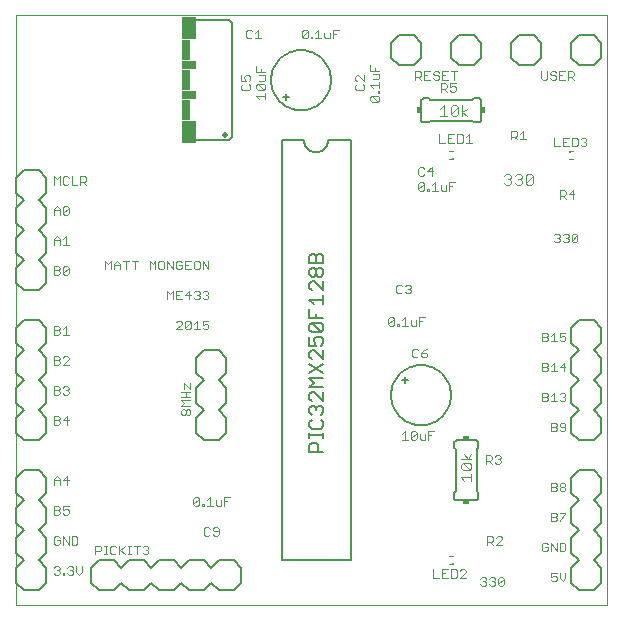
<source format=gto>
G75*
G70*
%OFA0B0*%
%FSLAX24Y24*%
%IPPOS*%
%LPD*%
%AMOC8*
5,1,8,0,0,1.08239X$1,22.5*
%
%ADD10C,0.0000*%
%ADD11C,0.0030*%
%ADD12C,0.0060*%
%ADD13C,0.0050*%
%ADD14R,0.0098X0.0089*%
%ADD15C,0.0040*%
%ADD16R,0.0200X0.0150*%
%ADD17R,0.0150X0.0200*%
%ADD18C,0.0200*%
%ADD19R,0.0500X0.0750*%
%ADD20R,0.0300X0.0700*%
%ADD21R,0.0500X0.0300*%
%ADD22C,0.0080*%
D10*
X000181Y000181D02*
X000181Y019866D01*
X019866Y019866D01*
X019866Y000181D01*
X000181Y000181D01*
D11*
X001446Y001245D02*
X001495Y001196D01*
X001592Y001196D01*
X001640Y001245D01*
X001640Y001293D01*
X001592Y001342D01*
X001543Y001342D01*
X001592Y001342D02*
X001640Y001390D01*
X001640Y001438D01*
X001592Y001487D01*
X001495Y001487D01*
X001446Y001438D01*
X001741Y001245D02*
X001789Y001245D01*
X001789Y001196D01*
X001741Y001196D01*
X001741Y001245D01*
X001888Y001245D02*
X001937Y001196D01*
X002034Y001196D01*
X002082Y001245D01*
X002082Y001293D01*
X002034Y001342D01*
X001985Y001342D01*
X002034Y001342D02*
X002082Y001390D01*
X002082Y001438D01*
X002034Y001487D01*
X001937Y001487D01*
X001888Y001438D01*
X002183Y001487D02*
X002183Y001293D01*
X002280Y001196D01*
X002376Y001293D01*
X002376Y001487D01*
X002830Y001876D02*
X002830Y002167D01*
X002975Y002167D01*
X003024Y002118D01*
X003024Y002022D01*
X002975Y001973D01*
X002830Y001973D01*
X003125Y001876D02*
X003222Y001876D01*
X003173Y001876D02*
X003173Y002167D01*
X003125Y002167D02*
X003222Y002167D01*
X003321Y002118D02*
X003321Y001925D01*
X003370Y001876D01*
X003466Y001876D01*
X003515Y001925D01*
X003616Y001973D02*
X003809Y002167D01*
X003911Y002167D02*
X004007Y002167D01*
X003959Y002167D02*
X003959Y001876D01*
X003911Y001876D02*
X004007Y001876D01*
X004204Y001876D02*
X004204Y002167D01*
X004107Y002167D02*
X004301Y002167D01*
X004402Y002118D02*
X004450Y002167D01*
X004547Y002167D01*
X004595Y002118D01*
X004595Y002070D01*
X004547Y002022D01*
X004595Y001973D01*
X004595Y001925D01*
X004547Y001876D01*
X004450Y001876D01*
X004402Y001925D01*
X004498Y002022D02*
X004547Y002022D01*
X003809Y001876D02*
X003664Y002022D01*
X003616Y002167D02*
X003616Y001876D01*
X003515Y002118D02*
X003466Y002167D01*
X003370Y002167D01*
X003321Y002118D01*
X002229Y002245D02*
X002229Y002438D01*
X002181Y002487D01*
X002036Y002487D01*
X002036Y002196D01*
X002181Y002196D01*
X002229Y002245D01*
X001935Y002196D02*
X001935Y002487D01*
X001741Y002487D02*
X001935Y002196D01*
X001741Y002196D02*
X001741Y002487D01*
X001640Y002438D02*
X001592Y002487D01*
X001495Y002487D01*
X001446Y002438D01*
X001446Y002245D01*
X001495Y002196D01*
X001592Y002196D01*
X001640Y002245D01*
X001640Y002342D01*
X001543Y002342D01*
X001592Y003196D02*
X001446Y003196D01*
X001446Y003487D01*
X001592Y003487D01*
X001640Y003438D01*
X001640Y003390D01*
X001592Y003342D01*
X001446Y003342D01*
X001592Y003342D02*
X001640Y003293D01*
X001640Y003245D01*
X001592Y003196D01*
X001741Y003245D02*
X001789Y003196D01*
X001886Y003196D01*
X001935Y003245D01*
X001935Y003342D01*
X001886Y003390D01*
X001838Y003390D01*
X001741Y003342D01*
X001741Y003487D01*
X001935Y003487D01*
X001886Y004196D02*
X001886Y004487D01*
X001741Y004342D01*
X001935Y004342D01*
X001640Y004342D02*
X001446Y004342D01*
X001446Y004390D02*
X001543Y004487D01*
X001640Y004390D01*
X001640Y004196D01*
X001446Y004196D02*
X001446Y004390D01*
X001446Y006196D02*
X001592Y006196D01*
X001640Y006245D01*
X001640Y006293D01*
X001592Y006342D01*
X001446Y006342D01*
X001446Y006487D02*
X001446Y006196D01*
X001592Y006342D02*
X001640Y006390D01*
X001640Y006438D01*
X001592Y006487D01*
X001446Y006487D01*
X001741Y006342D02*
X001935Y006342D01*
X001886Y006487D02*
X001886Y006196D01*
X001741Y006342D02*
X001886Y006487D01*
X001886Y007196D02*
X001789Y007196D01*
X001741Y007245D01*
X001640Y007245D02*
X001592Y007196D01*
X001446Y007196D01*
X001446Y007487D01*
X001592Y007487D01*
X001640Y007438D01*
X001640Y007390D01*
X001592Y007342D01*
X001446Y007342D01*
X001592Y007342D02*
X001640Y007293D01*
X001640Y007245D01*
X001741Y007438D02*
X001789Y007487D01*
X001886Y007487D01*
X001935Y007438D01*
X001935Y007390D01*
X001886Y007342D01*
X001935Y007293D01*
X001935Y007245D01*
X001886Y007196D01*
X001886Y007342D02*
X001838Y007342D01*
X001935Y008196D02*
X001741Y008196D01*
X001935Y008390D01*
X001935Y008438D01*
X001886Y008487D01*
X001789Y008487D01*
X001741Y008438D01*
X001640Y008438D02*
X001640Y008390D01*
X001592Y008342D01*
X001446Y008342D01*
X001446Y008487D02*
X001446Y008196D01*
X001592Y008196D01*
X001640Y008245D01*
X001640Y008293D01*
X001592Y008342D01*
X001640Y008438D02*
X001592Y008487D01*
X001446Y008487D01*
X001446Y009196D02*
X001592Y009196D01*
X001640Y009245D01*
X001640Y009293D01*
X001592Y009342D01*
X001446Y009342D01*
X001446Y009487D02*
X001446Y009196D01*
X001592Y009342D02*
X001640Y009390D01*
X001640Y009438D01*
X001592Y009487D01*
X001446Y009487D01*
X001741Y009390D02*
X001838Y009487D01*
X001838Y009196D01*
X001741Y009196D02*
X001935Y009196D01*
X001886Y011196D02*
X001789Y011196D01*
X001741Y011245D01*
X001935Y011438D01*
X001935Y011245D01*
X001886Y011196D01*
X001741Y011245D02*
X001741Y011438D01*
X001789Y011487D01*
X001886Y011487D01*
X001935Y011438D01*
X001640Y011438D02*
X001640Y011390D01*
X001592Y011342D01*
X001446Y011342D01*
X001446Y011487D02*
X001446Y011196D01*
X001592Y011196D01*
X001640Y011245D01*
X001640Y011293D01*
X001592Y011342D01*
X001640Y011438D02*
X001592Y011487D01*
X001446Y011487D01*
X001446Y012196D02*
X001446Y012390D01*
X001543Y012487D01*
X001640Y012390D01*
X001640Y012196D01*
X001741Y012196D02*
X001935Y012196D01*
X001838Y012196D02*
X001838Y012487D01*
X001741Y012390D01*
X001640Y012342D02*
X001446Y012342D01*
X001446Y013196D02*
X001446Y013390D01*
X001543Y013487D01*
X001640Y013390D01*
X001640Y013196D01*
X001741Y013245D02*
X001935Y013438D01*
X001935Y013245D01*
X001886Y013196D01*
X001789Y013196D01*
X001741Y013245D01*
X001741Y013438D01*
X001789Y013487D01*
X001886Y013487D01*
X001935Y013438D01*
X001640Y013342D02*
X001446Y013342D01*
X001446Y014196D02*
X001446Y014487D01*
X001543Y014390D01*
X001640Y014487D01*
X001640Y014196D01*
X001741Y014245D02*
X001789Y014196D01*
X001886Y014196D01*
X001935Y014245D01*
X002036Y014196D02*
X002036Y014487D01*
X001935Y014438D02*
X001886Y014487D01*
X001789Y014487D01*
X001741Y014438D01*
X001741Y014245D01*
X002036Y014196D02*
X002229Y014196D01*
X002330Y014196D02*
X002330Y014487D01*
X002475Y014487D01*
X002524Y014438D01*
X002524Y014342D01*
X002475Y014293D01*
X002330Y014293D01*
X002427Y014293D02*
X002524Y014196D01*
X003161Y011667D02*
X003257Y011570D01*
X003354Y011667D01*
X003354Y011376D01*
X003455Y011376D02*
X003455Y011570D01*
X003552Y011667D01*
X003649Y011570D01*
X003649Y011376D01*
X003649Y011522D02*
X003455Y011522D01*
X003750Y011667D02*
X003943Y011667D01*
X003847Y011667D02*
X003847Y011376D01*
X004141Y011376D02*
X004141Y011667D01*
X004045Y011667D02*
X004238Y011667D01*
X004634Y011667D02*
X004634Y011376D01*
X004827Y011376D02*
X004827Y011667D01*
X004731Y011570D01*
X004634Y011667D01*
X004929Y011618D02*
X004929Y011425D01*
X004977Y011376D01*
X005074Y011376D01*
X005122Y011425D01*
X005122Y011618D01*
X005074Y011667D01*
X004977Y011667D01*
X004929Y011618D01*
X005223Y011667D02*
X005223Y011376D01*
X005417Y011376D02*
X005417Y011667D01*
X005518Y011618D02*
X005518Y011425D01*
X005566Y011376D01*
X005663Y011376D01*
X005711Y011425D01*
X005711Y011522D01*
X005615Y011522D01*
X005711Y011618D02*
X005663Y011667D01*
X005566Y011667D01*
X005518Y011618D01*
X005417Y011376D02*
X005223Y011667D01*
X005812Y011667D02*
X005812Y011376D01*
X006006Y011376D01*
X006107Y011425D02*
X006155Y011376D01*
X006252Y011376D01*
X006301Y011425D01*
X006301Y011618D01*
X006252Y011667D01*
X006155Y011667D01*
X006107Y011618D01*
X006107Y011425D01*
X005909Y011522D02*
X005812Y011522D01*
X005812Y011667D02*
X006006Y011667D01*
X006402Y011667D02*
X006402Y011376D01*
X006595Y011376D02*
X006595Y011667D01*
X006402Y011667D02*
X006595Y011376D01*
X006547Y010667D02*
X006595Y010618D01*
X006595Y010570D01*
X006547Y010522D01*
X006595Y010473D01*
X006595Y010425D01*
X006547Y010376D01*
X006450Y010376D01*
X006402Y010425D01*
X006301Y010425D02*
X006252Y010376D01*
X006155Y010376D01*
X006107Y010425D01*
X006204Y010522D02*
X006252Y010522D01*
X006301Y010473D01*
X006301Y010425D01*
X006252Y010522D02*
X006301Y010570D01*
X006301Y010618D01*
X006252Y010667D01*
X006155Y010667D01*
X006107Y010618D01*
X006006Y010522D02*
X005812Y010522D01*
X005958Y010667D01*
X005958Y010376D01*
X005711Y010376D02*
X005518Y010376D01*
X005518Y010667D01*
X005711Y010667D01*
X005615Y010522D02*
X005518Y010522D01*
X005417Y010667D02*
X005417Y010376D01*
X005223Y010376D02*
X005223Y010667D01*
X005320Y010570D01*
X005417Y010667D01*
X006402Y010618D02*
X006450Y010667D01*
X006547Y010667D01*
X006547Y010522D02*
X006499Y010522D01*
X006595Y009667D02*
X006402Y009667D01*
X006402Y009522D01*
X006499Y009570D01*
X006547Y009570D01*
X006595Y009522D01*
X006595Y009425D01*
X006547Y009376D01*
X006450Y009376D01*
X006402Y009425D01*
X006301Y009376D02*
X006107Y009376D01*
X006204Y009376D02*
X006204Y009667D01*
X006107Y009570D01*
X006006Y009618D02*
X006006Y009425D01*
X005958Y009376D01*
X005861Y009376D01*
X005812Y009425D01*
X006006Y009618D01*
X005958Y009667D01*
X005861Y009667D01*
X005812Y009618D01*
X005812Y009425D01*
X005711Y009376D02*
X005518Y009376D01*
X005711Y009570D01*
X005711Y009618D01*
X005663Y009667D01*
X005566Y009667D01*
X005518Y009618D01*
X005793Y007595D02*
X005986Y007402D01*
X005986Y007595D01*
X005793Y007595D02*
X005793Y007402D01*
X005841Y007301D02*
X005841Y007107D01*
X005986Y007107D02*
X005696Y007107D01*
X005696Y007006D02*
X005986Y007006D01*
X005986Y006812D02*
X005696Y006812D01*
X005793Y006909D01*
X005696Y007006D01*
X005696Y007301D02*
X005986Y007301D01*
X005938Y006711D02*
X005986Y006663D01*
X005986Y006566D01*
X005938Y006518D01*
X005890Y006518D01*
X005841Y006566D01*
X005841Y006663D01*
X005890Y006711D01*
X005938Y006711D01*
X005841Y006663D02*
X005793Y006711D01*
X005745Y006711D01*
X005696Y006663D01*
X005696Y006566D01*
X005745Y006518D01*
X005793Y006518D01*
X005841Y006566D01*
X006145Y003787D02*
X006242Y003787D01*
X006290Y003738D01*
X006096Y003545D01*
X006145Y003496D01*
X006242Y003496D01*
X006290Y003545D01*
X006290Y003738D01*
X006145Y003787D02*
X006096Y003738D01*
X006096Y003545D01*
X006391Y003545D02*
X006439Y003545D01*
X006439Y003496D01*
X006391Y003496D01*
X006391Y003545D01*
X006538Y003496D02*
X006732Y003496D01*
X006635Y003496D02*
X006635Y003787D01*
X006538Y003690D01*
X006833Y003690D02*
X006833Y003545D01*
X006881Y003496D01*
X007026Y003496D01*
X007026Y003690D01*
X007128Y003642D02*
X007224Y003642D01*
X007128Y003787D02*
X007321Y003787D01*
X007128Y003787D02*
X007128Y003496D01*
X006886Y002787D02*
X006789Y002787D01*
X006741Y002738D01*
X006741Y002690D01*
X006789Y002642D01*
X006935Y002642D01*
X006935Y002738D02*
X006886Y002787D01*
X006935Y002738D02*
X006935Y002545D01*
X006886Y002496D01*
X006789Y002496D01*
X006741Y002545D01*
X006640Y002545D02*
X006592Y002496D01*
X006495Y002496D01*
X006446Y002545D01*
X006446Y002738D01*
X006495Y002787D01*
X006592Y002787D01*
X006640Y002738D01*
X013046Y005696D02*
X013240Y005696D01*
X013143Y005696D02*
X013143Y005987D01*
X013046Y005890D01*
X013341Y005938D02*
X013341Y005745D01*
X013535Y005938D01*
X013535Y005745D01*
X013486Y005696D01*
X013389Y005696D01*
X013341Y005745D01*
X013341Y005938D02*
X013389Y005987D01*
X013486Y005987D01*
X013535Y005938D01*
X013636Y005890D02*
X013636Y005745D01*
X013684Y005696D01*
X013829Y005696D01*
X013829Y005890D01*
X013930Y005842D02*
X014027Y005842D01*
X013930Y005987D02*
X014124Y005987D01*
X013930Y005987D02*
X013930Y005696D01*
X015846Y005187D02*
X015846Y004896D01*
X015846Y004993D02*
X015992Y004993D01*
X016040Y005042D01*
X016040Y005138D01*
X015992Y005187D01*
X015846Y005187D01*
X015943Y004993D02*
X016040Y004896D01*
X016141Y004945D02*
X016189Y004896D01*
X016286Y004896D01*
X016335Y004945D01*
X016335Y004993D01*
X016286Y005042D01*
X016238Y005042D01*
X016286Y005042D02*
X016335Y005090D01*
X016335Y005138D01*
X016286Y005187D01*
X016189Y005187D01*
X016141Y005138D01*
X017712Y006976D02*
X017858Y006976D01*
X017906Y007025D01*
X017906Y007073D01*
X017858Y007122D01*
X017712Y007122D01*
X017712Y007267D02*
X017712Y006976D01*
X017858Y007122D02*
X017906Y007170D01*
X017906Y007218D01*
X017858Y007267D01*
X017712Y007267D01*
X018007Y007170D02*
X018104Y007267D01*
X018104Y006976D01*
X018007Y006976D02*
X018201Y006976D01*
X018302Y007025D02*
X018350Y006976D01*
X018447Y006976D01*
X018495Y007025D01*
X018495Y007073D01*
X018447Y007122D01*
X018399Y007122D01*
X018447Y007122D02*
X018495Y007170D01*
X018495Y007218D01*
X018447Y007267D01*
X018350Y007267D01*
X018302Y007218D01*
X018201Y007976D02*
X018007Y007976D01*
X018104Y007976D02*
X018104Y008267D01*
X018007Y008170D01*
X017906Y008170D02*
X017906Y008218D01*
X017858Y008267D01*
X017712Y008267D01*
X017712Y007976D01*
X017858Y007976D01*
X017906Y008025D01*
X017906Y008073D01*
X017858Y008122D01*
X017712Y008122D01*
X017858Y008122D02*
X017906Y008170D01*
X018302Y008122D02*
X018495Y008122D01*
X018447Y008267D02*
X018447Y007976D01*
X018302Y008122D02*
X018447Y008267D01*
X018447Y008976D02*
X018350Y008976D01*
X018302Y009025D01*
X018302Y009122D02*
X018399Y009170D01*
X018447Y009170D01*
X018495Y009122D01*
X018495Y009025D01*
X018447Y008976D01*
X018302Y009122D02*
X018302Y009267D01*
X018495Y009267D01*
X018104Y009267D02*
X018104Y008976D01*
X018007Y008976D02*
X018201Y008976D01*
X018007Y009170D02*
X018104Y009267D01*
X017906Y009218D02*
X017906Y009170D01*
X017858Y009122D01*
X017712Y009122D01*
X017712Y009267D02*
X017712Y008976D01*
X017858Y008976D01*
X017906Y009025D01*
X017906Y009073D01*
X017858Y009122D01*
X017906Y009218D02*
X017858Y009267D01*
X017712Y009267D01*
X018007Y006267D02*
X018152Y006267D01*
X018201Y006218D01*
X018201Y006170D01*
X018152Y006122D01*
X018007Y006122D01*
X018007Y006267D02*
X018007Y005976D01*
X018152Y005976D01*
X018201Y006025D01*
X018201Y006073D01*
X018152Y006122D01*
X018302Y006170D02*
X018302Y006218D01*
X018350Y006267D01*
X018447Y006267D01*
X018495Y006218D01*
X018495Y006025D01*
X018447Y005976D01*
X018350Y005976D01*
X018302Y006025D01*
X018350Y006122D02*
X018495Y006122D01*
X018350Y006122D02*
X018302Y006170D01*
X018350Y004267D02*
X018447Y004267D01*
X018495Y004218D01*
X018495Y004170D01*
X018447Y004122D01*
X018350Y004122D01*
X018302Y004170D01*
X018302Y004218D01*
X018350Y004267D01*
X018350Y004122D02*
X018302Y004073D01*
X018302Y004025D01*
X018350Y003976D01*
X018447Y003976D01*
X018495Y004025D01*
X018495Y004073D01*
X018447Y004122D01*
X018201Y004170D02*
X018201Y004218D01*
X018152Y004267D01*
X018007Y004267D01*
X018007Y003976D01*
X018152Y003976D01*
X018201Y004025D01*
X018201Y004073D01*
X018152Y004122D01*
X018007Y004122D01*
X018152Y004122D02*
X018201Y004170D01*
X018152Y003267D02*
X018201Y003218D01*
X018201Y003170D01*
X018152Y003122D01*
X018007Y003122D01*
X018007Y003267D02*
X018007Y002976D01*
X018152Y002976D01*
X018201Y003025D01*
X018201Y003073D01*
X018152Y003122D01*
X018152Y003267D02*
X018007Y003267D01*
X018302Y003267D02*
X018495Y003267D01*
X018495Y003218D01*
X018302Y003025D01*
X018302Y002976D01*
X018302Y002267D02*
X018447Y002267D01*
X018495Y002218D01*
X018495Y002025D01*
X018447Y001976D01*
X018302Y001976D01*
X018302Y002267D01*
X018201Y002267D02*
X018201Y001976D01*
X018007Y002267D01*
X018007Y001976D01*
X017906Y002025D02*
X017906Y002122D01*
X017809Y002122D01*
X017712Y002218D02*
X017712Y002025D01*
X017761Y001976D01*
X017858Y001976D01*
X017906Y002025D01*
X017906Y002218D02*
X017858Y002267D01*
X017761Y002267D01*
X017712Y002218D01*
X018007Y001267D02*
X018007Y001122D01*
X018104Y001170D01*
X018152Y001170D01*
X018201Y001122D01*
X018201Y001025D01*
X018152Y000976D01*
X018055Y000976D01*
X018007Y001025D01*
X018007Y001267D02*
X018201Y001267D01*
X018302Y001267D02*
X018302Y001073D01*
X018399Y000976D01*
X018495Y001073D01*
X018495Y001267D01*
X016445Y001068D02*
X016445Y000875D01*
X016397Y000826D01*
X016300Y000826D01*
X016252Y000875D01*
X016445Y001068D01*
X016397Y001117D01*
X016300Y001117D01*
X016252Y001068D01*
X016252Y000875D01*
X016151Y000875D02*
X016102Y000826D01*
X016005Y000826D01*
X015957Y000875D01*
X015856Y000875D02*
X015808Y000826D01*
X015711Y000826D01*
X015662Y000875D01*
X015759Y000972D02*
X015808Y000972D01*
X015856Y000923D01*
X015856Y000875D01*
X015808Y000972D02*
X015856Y001020D01*
X015856Y001068D01*
X015808Y001117D01*
X015711Y001117D01*
X015662Y001068D01*
X015957Y001068D02*
X016005Y001117D01*
X016102Y001117D01*
X016151Y001068D01*
X016151Y001020D01*
X016102Y000972D01*
X016151Y000923D01*
X016151Y000875D01*
X016102Y000972D02*
X016054Y000972D01*
X015174Y001096D02*
X014980Y001096D01*
X015174Y001290D01*
X015174Y001338D01*
X015125Y001387D01*
X015029Y001387D01*
X014980Y001338D01*
X014879Y001338D02*
X014879Y001145D01*
X014831Y001096D01*
X014686Y001096D01*
X014686Y001387D01*
X014831Y001387D01*
X014879Y001338D01*
X014585Y001387D02*
X014391Y001387D01*
X014391Y001096D01*
X014585Y001096D01*
X014488Y001242D02*
X014391Y001242D01*
X014290Y001096D02*
X014096Y001096D01*
X014096Y001387D01*
X015896Y002196D02*
X015896Y002487D01*
X016042Y002487D01*
X016090Y002438D01*
X016090Y002342D01*
X016042Y002293D01*
X015896Y002293D01*
X015993Y002293D02*
X016090Y002196D01*
X016191Y002196D02*
X016385Y002390D01*
X016385Y002438D01*
X016336Y002487D01*
X016239Y002487D01*
X016191Y002438D01*
X016191Y002196D02*
X016385Y002196D01*
X013836Y008446D02*
X013739Y008446D01*
X013691Y008495D01*
X013691Y008592D01*
X013836Y008592D01*
X013885Y008543D01*
X013885Y008495D01*
X013836Y008446D01*
X013691Y008592D02*
X013788Y008688D01*
X013885Y008737D01*
X013590Y008688D02*
X013542Y008737D01*
X013445Y008737D01*
X013396Y008688D01*
X013396Y008495D01*
X013445Y008446D01*
X013542Y008446D01*
X013590Y008495D01*
X013628Y009496D02*
X013628Y009787D01*
X013821Y009787D01*
X013724Y009642D02*
X013628Y009642D01*
X013526Y009690D02*
X013526Y009496D01*
X013381Y009496D01*
X013333Y009545D01*
X013333Y009690D01*
X013232Y009496D02*
X013038Y009496D01*
X013135Y009496D02*
X013135Y009787D01*
X013038Y009690D01*
X012939Y009545D02*
X012939Y009496D01*
X012891Y009496D01*
X012891Y009545D01*
X012939Y009545D01*
X012790Y009545D02*
X012742Y009496D01*
X012645Y009496D01*
X012596Y009545D01*
X012790Y009738D01*
X012790Y009545D01*
X012790Y009738D02*
X012742Y009787D01*
X012645Y009787D01*
X012596Y009738D01*
X012596Y009545D01*
X012905Y010576D02*
X013002Y010576D01*
X013051Y010625D01*
X013152Y010625D02*
X013200Y010576D01*
X013297Y010576D01*
X013345Y010625D01*
X013345Y010673D01*
X013297Y010722D01*
X013249Y010722D01*
X013297Y010722D02*
X013345Y010770D01*
X013345Y010818D01*
X013297Y010867D01*
X013200Y010867D01*
X013152Y010818D01*
X013051Y010818D02*
X013002Y010867D01*
X012905Y010867D01*
X012857Y010818D01*
X012857Y010625D01*
X012905Y010576D01*
X013645Y013996D02*
X013596Y014045D01*
X013790Y014238D01*
X013790Y014045D01*
X013742Y013996D01*
X013645Y013996D01*
X013596Y014045D02*
X013596Y014238D01*
X013645Y014287D01*
X013742Y014287D01*
X013790Y014238D01*
X013891Y014045D02*
X013939Y014045D01*
X013939Y013996D01*
X013891Y013996D01*
X013891Y014045D01*
X014038Y013996D02*
X014232Y013996D01*
X014135Y013996D02*
X014135Y014287D01*
X014038Y014190D01*
X014333Y014190D02*
X014333Y014045D01*
X014381Y013996D01*
X014526Y013996D01*
X014526Y014190D01*
X014628Y014142D02*
X014724Y014142D01*
X014628Y014287D02*
X014628Y013996D01*
X014628Y014287D02*
X014821Y014287D01*
X014036Y014496D02*
X014036Y014787D01*
X013891Y014642D01*
X014085Y014642D01*
X013790Y014738D02*
X013742Y014787D01*
X013645Y014787D01*
X013596Y014738D01*
X013596Y014545D01*
X013645Y014496D01*
X013742Y014496D01*
X013790Y014545D01*
X014296Y015596D02*
X014490Y015596D01*
X014591Y015596D02*
X014591Y015887D01*
X014785Y015887D01*
X014886Y015887D02*
X015031Y015887D01*
X015079Y015838D01*
X015079Y015645D01*
X015031Y015596D01*
X014886Y015596D01*
X014886Y015887D01*
X014688Y015742D02*
X014591Y015742D01*
X014591Y015596D02*
X014785Y015596D01*
X015180Y015596D02*
X015374Y015596D01*
X015277Y015596D02*
X015277Y015887D01*
X015180Y015790D01*
X014296Y015887D02*
X014296Y015596D01*
X014346Y017296D02*
X014346Y017587D01*
X014492Y017587D01*
X014540Y017538D01*
X014540Y017442D01*
X014492Y017393D01*
X014346Y017393D01*
X014443Y017393D02*
X014540Y017296D01*
X014641Y017345D02*
X014689Y017296D01*
X014786Y017296D01*
X014835Y017345D01*
X014835Y017442D01*
X014786Y017490D01*
X014738Y017490D01*
X014641Y017442D01*
X014641Y017587D01*
X014835Y017587D01*
X014772Y017696D02*
X014772Y017987D01*
X014868Y017987D02*
X014675Y017987D01*
X014574Y017987D02*
X014380Y017987D01*
X014380Y017696D01*
X014574Y017696D01*
X014477Y017842D02*
X014380Y017842D01*
X014279Y017793D02*
X014279Y017745D01*
X014231Y017696D01*
X014134Y017696D01*
X014086Y017745D01*
X014134Y017842D02*
X014231Y017842D01*
X014279Y017793D01*
X014279Y017938D02*
X014231Y017987D01*
X014134Y017987D01*
X014086Y017938D01*
X014086Y017890D01*
X014134Y017842D01*
X013985Y017987D02*
X013791Y017987D01*
X013791Y017696D01*
X013985Y017696D01*
X013888Y017842D02*
X013791Y017842D01*
X013690Y017842D02*
X013642Y017793D01*
X013496Y017793D01*
X013496Y017696D02*
X013496Y017987D01*
X013642Y017987D01*
X013690Y017938D01*
X013690Y017842D01*
X013593Y017793D02*
X013690Y017696D01*
X012286Y017755D02*
X012286Y017901D01*
X012093Y017901D01*
X012141Y018002D02*
X012141Y018099D01*
X011996Y018195D02*
X011996Y018002D01*
X012286Y018002D01*
X012286Y017755D02*
X012238Y017707D01*
X012093Y017707D01*
X012286Y017606D02*
X012286Y017412D01*
X012286Y017509D02*
X011996Y017509D01*
X012093Y017412D01*
X012238Y017314D02*
X012286Y017314D01*
X012286Y017265D01*
X012238Y017265D01*
X012238Y017314D01*
X012238Y017164D02*
X012045Y017164D01*
X012238Y016971D01*
X012286Y017019D01*
X012286Y017116D01*
X012238Y017164D01*
X012045Y017164D02*
X011996Y017116D01*
X011996Y017019D01*
X012045Y016971D01*
X012238Y016971D01*
X011786Y017405D02*
X011786Y017502D01*
X011738Y017551D01*
X011786Y017652D02*
X011593Y017845D01*
X011545Y017845D01*
X011496Y017797D01*
X011496Y017700D01*
X011545Y017652D01*
X011545Y017551D02*
X011496Y017502D01*
X011496Y017405D01*
X011545Y017357D01*
X011738Y017357D01*
X011786Y017405D01*
X011786Y017652D02*
X011786Y017845D01*
X010752Y019076D02*
X010752Y019367D01*
X010945Y019367D01*
X010849Y019222D02*
X010752Y019222D01*
X010651Y019270D02*
X010651Y019076D01*
X010505Y019076D01*
X010457Y019125D01*
X010457Y019270D01*
X010356Y019076D02*
X010162Y019076D01*
X010259Y019076D02*
X010259Y019367D01*
X010162Y019270D01*
X010064Y019125D02*
X010064Y019076D01*
X010015Y019076D01*
X010015Y019125D01*
X010064Y019125D01*
X009914Y019125D02*
X009914Y019318D01*
X009721Y019125D01*
X009769Y019076D01*
X009866Y019076D01*
X009914Y019125D01*
X009914Y019318D02*
X009866Y019367D01*
X009769Y019367D01*
X009721Y019318D01*
X009721Y019125D01*
X008486Y017952D02*
X008196Y017952D01*
X008196Y018145D01*
X008341Y018049D02*
X008341Y017952D01*
X008293Y017851D02*
X008486Y017851D01*
X008486Y017705D01*
X008438Y017657D01*
X008293Y017657D01*
X008245Y017556D02*
X008438Y017362D01*
X008486Y017411D01*
X008486Y017508D01*
X008438Y017556D01*
X008245Y017556D01*
X008196Y017508D01*
X008196Y017411D01*
X008245Y017362D01*
X008438Y017362D01*
X008486Y017261D02*
X008486Y017068D01*
X008486Y017165D02*
X008196Y017165D01*
X008293Y017068D01*
X007986Y017405D02*
X007986Y017502D01*
X007938Y017551D01*
X007938Y017652D02*
X007986Y017700D01*
X007986Y017797D01*
X007938Y017845D01*
X007841Y017845D01*
X007793Y017797D01*
X007793Y017749D01*
X007841Y017652D01*
X007696Y017652D01*
X007696Y017845D01*
X007745Y017551D02*
X007696Y017502D01*
X007696Y017405D01*
X007745Y017357D01*
X007938Y017357D01*
X007986Y017405D01*
X008002Y019076D02*
X007905Y019076D01*
X007857Y019125D01*
X007857Y019318D01*
X007905Y019367D01*
X008002Y019367D01*
X008051Y019318D01*
X008152Y019270D02*
X008249Y019367D01*
X008249Y019076D01*
X008345Y019076D02*
X008152Y019076D01*
X008051Y019125D02*
X008002Y019076D01*
X003161Y011667D02*
X003161Y011376D01*
X016696Y015706D02*
X016696Y015997D01*
X016842Y015997D01*
X016890Y015948D01*
X016890Y015852D01*
X016842Y015803D01*
X016696Y015803D01*
X016793Y015803D02*
X016890Y015706D01*
X016991Y015706D02*
X017185Y015706D01*
X017088Y015706D02*
X017088Y015997D01*
X016991Y015900D01*
X018118Y015767D02*
X018118Y015476D01*
X018311Y015476D01*
X018412Y015476D02*
X018412Y015767D01*
X018606Y015767D01*
X018707Y015767D02*
X018852Y015767D01*
X018901Y015718D01*
X018901Y015525D01*
X018852Y015476D01*
X018707Y015476D01*
X018707Y015767D01*
X018509Y015622D02*
X018412Y015622D01*
X018412Y015476D02*
X018606Y015476D01*
X019002Y015525D02*
X019050Y015476D01*
X019147Y015476D01*
X019195Y015525D01*
X019195Y015573D01*
X019147Y015622D01*
X019099Y015622D01*
X019147Y015622D02*
X019195Y015670D01*
X019195Y015718D01*
X019147Y015767D01*
X019050Y015767D01*
X019002Y015718D01*
X018747Y014017D02*
X018602Y013872D01*
X018795Y013872D01*
X018747Y014017D02*
X018747Y013726D01*
X018501Y013726D02*
X018404Y013823D01*
X018452Y013823D02*
X018307Y013823D01*
X018307Y013726D02*
X018307Y014017D01*
X018452Y014017D01*
X018501Y013968D01*
X018501Y013872D01*
X018452Y013823D01*
X018455Y012567D02*
X018552Y012567D01*
X018601Y012518D01*
X018601Y012470D01*
X018552Y012422D01*
X018601Y012373D01*
X018601Y012325D01*
X018552Y012276D01*
X018455Y012276D01*
X018407Y012325D01*
X018306Y012325D02*
X018258Y012276D01*
X018161Y012276D01*
X018112Y012325D01*
X018209Y012422D02*
X018258Y012422D01*
X018306Y012373D01*
X018306Y012325D01*
X018258Y012422D02*
X018306Y012470D01*
X018306Y012518D01*
X018258Y012567D01*
X018161Y012567D01*
X018112Y012518D01*
X018407Y012518D02*
X018455Y012567D01*
X018504Y012422D02*
X018552Y012422D01*
X018702Y012325D02*
X018702Y012518D01*
X018750Y012567D01*
X018847Y012567D01*
X018895Y012518D01*
X018702Y012325D01*
X018750Y012276D01*
X018847Y012276D01*
X018895Y012325D01*
X018895Y012518D01*
X018774Y017696D02*
X018677Y017793D01*
X018725Y017793D02*
X018580Y017793D01*
X018580Y017696D02*
X018580Y017987D01*
X018725Y017987D01*
X018774Y017938D01*
X018774Y017842D01*
X018725Y017793D01*
X018479Y017696D02*
X018286Y017696D01*
X018286Y017987D01*
X018479Y017987D01*
X018382Y017842D02*
X018286Y017842D01*
X018185Y017793D02*
X018185Y017745D01*
X018136Y017696D01*
X018039Y017696D01*
X017991Y017745D01*
X017890Y017745D02*
X017890Y017987D01*
X017991Y017938D02*
X017991Y017890D01*
X018039Y017842D01*
X018136Y017842D01*
X018185Y017793D01*
X018185Y017938D02*
X018136Y017987D01*
X018039Y017987D01*
X017991Y017938D01*
X017890Y017745D02*
X017842Y017696D01*
X017745Y017696D01*
X017696Y017745D01*
X017696Y017987D01*
D12*
X015681Y016981D02*
X015681Y016381D01*
X015679Y016364D01*
X015675Y016347D01*
X015668Y016331D01*
X015658Y016317D01*
X015645Y016304D01*
X015631Y016294D01*
X015615Y016287D01*
X015598Y016283D01*
X015581Y016281D01*
X015431Y016281D01*
X015381Y016331D01*
X013981Y016331D01*
X013931Y016281D01*
X013781Y016281D01*
X013764Y016283D01*
X013747Y016287D01*
X013731Y016294D01*
X013717Y016304D01*
X013704Y016317D01*
X013694Y016331D01*
X013687Y016347D01*
X013683Y016364D01*
X013681Y016381D01*
X013681Y016981D01*
X013683Y016998D01*
X013687Y017015D01*
X013694Y017031D01*
X013704Y017045D01*
X013717Y017058D01*
X013731Y017068D01*
X013747Y017075D01*
X013764Y017079D01*
X013781Y017081D01*
X013931Y017081D01*
X013981Y017031D01*
X015381Y017031D01*
X015431Y017081D01*
X015581Y017081D01*
X015598Y017079D01*
X015615Y017075D01*
X015631Y017068D01*
X015645Y017058D01*
X015658Y017045D01*
X015668Y017031D01*
X015675Y017015D01*
X015679Y016998D01*
X015681Y016981D01*
X011331Y015681D02*
X010581Y015681D01*
X010579Y015642D01*
X010573Y015603D01*
X010564Y015565D01*
X010551Y015528D01*
X010534Y015492D01*
X010514Y015459D01*
X010490Y015427D01*
X010464Y015398D01*
X010435Y015372D01*
X010403Y015348D01*
X010370Y015328D01*
X010334Y015311D01*
X010297Y015298D01*
X010259Y015289D01*
X010220Y015283D01*
X010181Y015281D01*
X010142Y015283D01*
X010103Y015289D01*
X010065Y015298D01*
X010028Y015311D01*
X009992Y015328D01*
X009959Y015348D01*
X009927Y015372D01*
X009898Y015398D01*
X009872Y015427D01*
X009848Y015459D01*
X009828Y015492D01*
X009811Y015528D01*
X009798Y015565D01*
X009789Y015603D01*
X009783Y015642D01*
X009781Y015681D01*
X009031Y015681D01*
X009031Y001681D01*
X011331Y001681D01*
X011331Y015681D01*
X009281Y017131D02*
X009181Y017131D01*
X009081Y017131D01*
X009181Y017131D02*
X009181Y017231D01*
X009181Y017131D02*
X009181Y017031D01*
X008681Y017681D02*
X008683Y017744D01*
X008689Y017806D01*
X008699Y017868D01*
X008712Y017930D01*
X008730Y017990D01*
X008751Y018049D01*
X008776Y018107D01*
X008805Y018163D01*
X008837Y018217D01*
X008872Y018269D01*
X008910Y018318D01*
X008952Y018366D01*
X008996Y018410D01*
X009044Y018452D01*
X009093Y018490D01*
X009145Y018525D01*
X009199Y018557D01*
X009255Y018586D01*
X009313Y018611D01*
X009372Y018632D01*
X009432Y018650D01*
X009494Y018663D01*
X009556Y018673D01*
X009618Y018679D01*
X009681Y018681D01*
X009744Y018679D01*
X009806Y018673D01*
X009868Y018663D01*
X009930Y018650D01*
X009990Y018632D01*
X010049Y018611D01*
X010107Y018586D01*
X010163Y018557D01*
X010217Y018525D01*
X010269Y018490D01*
X010318Y018452D01*
X010366Y018410D01*
X010410Y018366D01*
X010452Y018318D01*
X010490Y018269D01*
X010525Y018217D01*
X010557Y018163D01*
X010586Y018107D01*
X010611Y018049D01*
X010632Y017990D01*
X010650Y017930D01*
X010663Y017868D01*
X010673Y017806D01*
X010679Y017744D01*
X010681Y017681D01*
X010679Y017618D01*
X010673Y017556D01*
X010663Y017494D01*
X010650Y017432D01*
X010632Y017372D01*
X010611Y017313D01*
X010586Y017255D01*
X010557Y017199D01*
X010525Y017145D01*
X010490Y017093D01*
X010452Y017044D01*
X010410Y016996D01*
X010366Y016952D01*
X010318Y016910D01*
X010269Y016872D01*
X010217Y016837D01*
X010163Y016805D01*
X010107Y016776D01*
X010049Y016751D01*
X009990Y016730D01*
X009930Y016712D01*
X009868Y016699D01*
X009806Y016689D01*
X009744Y016683D01*
X009681Y016681D01*
X009618Y016683D01*
X009556Y016689D01*
X009494Y016699D01*
X009432Y016712D01*
X009372Y016730D01*
X009313Y016751D01*
X009255Y016776D01*
X009199Y016805D01*
X009145Y016837D01*
X009093Y016872D01*
X009044Y016910D01*
X008996Y016952D01*
X008952Y016996D01*
X008910Y017044D01*
X008872Y017093D01*
X008837Y017145D01*
X008805Y017199D01*
X008776Y017255D01*
X008751Y017313D01*
X008730Y017372D01*
X008712Y017432D01*
X008699Y017494D01*
X008689Y017556D01*
X008683Y017618D01*
X008681Y017681D01*
X007381Y015781D02*
X007281Y015681D01*
X006131Y015681D01*
X007381Y015781D02*
X007381Y019581D01*
X007281Y019681D01*
X006131Y019681D01*
X013131Y007781D02*
X013131Y007681D01*
X013231Y007681D01*
X013131Y007681D02*
X013131Y007581D01*
X013131Y007681D02*
X013031Y007681D01*
X012681Y007181D02*
X012683Y007244D01*
X012689Y007306D01*
X012699Y007368D01*
X012712Y007430D01*
X012730Y007490D01*
X012751Y007549D01*
X012776Y007607D01*
X012805Y007663D01*
X012837Y007717D01*
X012872Y007769D01*
X012910Y007818D01*
X012952Y007866D01*
X012996Y007910D01*
X013044Y007952D01*
X013093Y007990D01*
X013145Y008025D01*
X013199Y008057D01*
X013255Y008086D01*
X013313Y008111D01*
X013372Y008132D01*
X013432Y008150D01*
X013494Y008163D01*
X013556Y008173D01*
X013618Y008179D01*
X013681Y008181D01*
X013744Y008179D01*
X013806Y008173D01*
X013868Y008163D01*
X013930Y008150D01*
X013990Y008132D01*
X014049Y008111D01*
X014107Y008086D01*
X014163Y008057D01*
X014217Y008025D01*
X014269Y007990D01*
X014318Y007952D01*
X014366Y007910D01*
X014410Y007866D01*
X014452Y007818D01*
X014490Y007769D01*
X014525Y007717D01*
X014557Y007663D01*
X014586Y007607D01*
X014611Y007549D01*
X014632Y007490D01*
X014650Y007430D01*
X014663Y007368D01*
X014673Y007306D01*
X014679Y007244D01*
X014681Y007181D01*
X014679Y007118D01*
X014673Y007056D01*
X014663Y006994D01*
X014650Y006932D01*
X014632Y006872D01*
X014611Y006813D01*
X014586Y006755D01*
X014557Y006699D01*
X014525Y006645D01*
X014490Y006593D01*
X014452Y006544D01*
X014410Y006496D01*
X014366Y006452D01*
X014318Y006410D01*
X014269Y006372D01*
X014217Y006337D01*
X014163Y006305D01*
X014107Y006276D01*
X014049Y006251D01*
X013990Y006230D01*
X013930Y006212D01*
X013868Y006199D01*
X013806Y006189D01*
X013744Y006183D01*
X013681Y006181D01*
X013618Y006183D01*
X013556Y006189D01*
X013494Y006199D01*
X013432Y006212D01*
X013372Y006230D01*
X013313Y006251D01*
X013255Y006276D01*
X013199Y006305D01*
X013145Y006337D01*
X013093Y006372D01*
X013044Y006410D01*
X012996Y006452D01*
X012952Y006496D01*
X012910Y006544D01*
X012872Y006593D01*
X012837Y006645D01*
X012805Y006699D01*
X012776Y006755D01*
X012751Y006813D01*
X012730Y006872D01*
X012712Y006932D01*
X012699Y006994D01*
X012689Y007056D01*
X012683Y007118D01*
X012681Y007181D01*
X014781Y005581D02*
X014781Y005431D01*
X014831Y005381D01*
X014831Y003981D01*
X014781Y003931D01*
X014781Y003781D01*
X014783Y003764D01*
X014787Y003747D01*
X014794Y003731D01*
X014804Y003717D01*
X014817Y003704D01*
X014831Y003694D01*
X014847Y003687D01*
X014864Y003683D01*
X014881Y003681D01*
X015481Y003681D01*
X015498Y003683D01*
X015515Y003687D01*
X015531Y003694D01*
X015545Y003704D01*
X015558Y003717D01*
X015568Y003731D01*
X015575Y003747D01*
X015579Y003764D01*
X015581Y003781D01*
X015581Y003931D01*
X015531Y003981D01*
X015531Y005381D01*
X015581Y005431D01*
X015581Y005581D01*
X015579Y005598D01*
X015575Y005615D01*
X015568Y005631D01*
X015558Y005645D01*
X015545Y005658D01*
X015531Y005668D01*
X015515Y005675D01*
X015498Y005679D01*
X015481Y005681D01*
X014881Y005681D01*
X014864Y005679D01*
X014847Y005675D01*
X014831Y005668D01*
X014817Y005658D01*
X014804Y005645D01*
X014794Y005631D01*
X014787Y005615D01*
X014783Y005598D01*
X014781Y005581D01*
D13*
X010406Y005764D02*
X010406Y005914D01*
X010406Y005839D02*
X009956Y005839D01*
X009956Y005764D02*
X009956Y005914D01*
X010031Y006071D02*
X009956Y006146D01*
X009956Y006296D01*
X010031Y006371D01*
X010031Y006532D02*
X009956Y006607D01*
X009956Y006757D01*
X010031Y006832D01*
X010106Y006832D01*
X010181Y006757D01*
X010256Y006832D01*
X010331Y006832D01*
X010406Y006757D01*
X010406Y006607D01*
X010331Y006532D01*
X010331Y006371D02*
X010406Y006296D01*
X010406Y006146D01*
X010331Y006071D01*
X010031Y006071D01*
X010031Y005604D02*
X010181Y005604D01*
X010256Y005529D01*
X010256Y005304D01*
X010406Y005304D02*
X009956Y005304D01*
X009956Y005529D01*
X010031Y005604D01*
X010181Y006682D02*
X010181Y006757D01*
X010031Y006992D02*
X009956Y007067D01*
X009956Y007217D01*
X010031Y007292D01*
X010106Y007292D01*
X010406Y006992D01*
X010406Y007292D01*
X010406Y007452D02*
X009956Y007452D01*
X010106Y007602D01*
X009956Y007753D01*
X010406Y007753D01*
X010406Y007913D02*
X009956Y008213D01*
X010031Y008373D02*
X009956Y008448D01*
X009956Y008598D01*
X010031Y008673D01*
X010106Y008673D01*
X010406Y008373D01*
X010406Y008673D01*
X010331Y008833D02*
X010406Y008908D01*
X010406Y009059D01*
X010331Y009134D01*
X010181Y009134D01*
X010106Y009059D01*
X010106Y008984D01*
X010181Y008833D01*
X009956Y008833D01*
X009956Y009134D01*
X010031Y009294D02*
X009956Y009369D01*
X009956Y009519D01*
X010031Y009594D01*
X010331Y009294D01*
X010406Y009369D01*
X010406Y009519D01*
X010331Y009594D01*
X010031Y009594D01*
X009956Y009754D02*
X009956Y010054D01*
X010106Y010214D02*
X009956Y010365D01*
X010406Y010365D01*
X010406Y010515D02*
X010406Y010214D01*
X010181Y009904D02*
X010181Y009754D01*
X010406Y009754D02*
X009956Y009754D01*
X010031Y009294D02*
X010331Y009294D01*
X010406Y008213D02*
X009956Y007913D01*
X010031Y010675D02*
X009956Y010750D01*
X009956Y010900D01*
X010031Y010975D01*
X010106Y010975D01*
X010406Y010675D01*
X010406Y010975D01*
X010331Y011135D02*
X010256Y011135D01*
X010181Y011210D01*
X010181Y011360D01*
X010256Y011435D01*
X010331Y011435D01*
X010406Y011360D01*
X010406Y011210D01*
X010331Y011135D01*
X010181Y011210D02*
X010106Y011135D01*
X010031Y011135D01*
X009956Y011210D01*
X009956Y011360D01*
X010031Y011435D01*
X010106Y011435D01*
X010181Y011360D01*
X010181Y011596D02*
X010181Y011821D01*
X010256Y011896D01*
X010331Y011896D01*
X010406Y011821D01*
X010406Y011596D01*
X009956Y011596D01*
X009956Y011821D01*
X010031Y011896D01*
X010106Y011896D01*
X010181Y011821D01*
D14*
X014731Y015068D03*
X018632Y015295D03*
X014731Y001568D03*
D15*
X014760Y001544D02*
X014603Y001544D01*
X014603Y001819D02*
X014760Y001819D01*
X015128Y004324D02*
X015011Y004441D01*
X015361Y004441D01*
X015361Y004557D02*
X015361Y004324D01*
X015303Y004683D02*
X015070Y004683D01*
X015011Y004741D01*
X015011Y004858D01*
X015070Y004917D01*
X015303Y004683D01*
X015361Y004741D01*
X015361Y004858D01*
X015303Y004917D01*
X015070Y004917D01*
X015011Y005042D02*
X015361Y005042D01*
X015245Y005042D02*
X015128Y005217D01*
X015245Y005042D02*
X015361Y005217D01*
X016510Y014201D02*
X016451Y014260D01*
X016510Y014201D02*
X016627Y014201D01*
X016685Y014260D01*
X016685Y014318D01*
X016627Y014377D01*
X016568Y014377D01*
X016627Y014377D02*
X016685Y014435D01*
X016685Y014493D01*
X016627Y014552D01*
X016510Y014552D01*
X016451Y014493D01*
X016811Y014493D02*
X016869Y014552D01*
X016986Y014552D01*
X017044Y014493D01*
X017044Y014435D01*
X016986Y014377D01*
X017044Y014318D01*
X017044Y014260D01*
X016986Y014201D01*
X016869Y014201D01*
X016811Y014260D01*
X016927Y014377D02*
X016986Y014377D01*
X017170Y014493D02*
X017170Y014260D01*
X017403Y014493D01*
X017403Y014260D01*
X017345Y014201D01*
X017228Y014201D01*
X017170Y014260D01*
X017170Y014493D02*
X017228Y014552D01*
X017345Y014552D01*
X017403Y014493D01*
X018603Y015044D02*
X018760Y015044D01*
X018760Y015319D02*
X018603Y015319D01*
X015217Y016501D02*
X015042Y016618D01*
X015217Y016735D01*
X015042Y016852D02*
X015042Y016501D01*
X014917Y016560D02*
X014858Y016501D01*
X014741Y016501D01*
X014683Y016560D01*
X014917Y016793D01*
X014917Y016560D01*
X014683Y016560D02*
X014683Y016793D01*
X014741Y016852D01*
X014858Y016852D01*
X014917Y016793D01*
X014557Y016501D02*
X014324Y016501D01*
X014441Y016501D02*
X014441Y016852D01*
X014324Y016735D01*
X014603Y015319D02*
X014760Y015319D01*
X014760Y015044D02*
X014603Y015044D01*
D16*
X015181Y005756D03*
X015181Y003606D03*
D17*
X015756Y016681D03*
X013606Y016681D03*
D18*
X007141Y015861D03*
D19*
X005931Y015956D03*
X005931Y019406D03*
D20*
X005831Y018681D03*
X005831Y017681D03*
X005831Y016681D03*
D21*
X005931Y017181D03*
X005931Y018181D03*
D22*
X001181Y014431D02*
X001181Y013931D01*
X000931Y013681D01*
X001181Y013431D01*
X001181Y012931D01*
X000931Y012681D01*
X001181Y012431D01*
X001181Y011931D01*
X000931Y011681D01*
X001181Y011431D01*
X001181Y010931D01*
X000931Y010681D01*
X000431Y010681D01*
X000181Y010931D01*
X000181Y011431D01*
X000431Y011681D01*
X000181Y011931D01*
X000181Y012431D01*
X000431Y012681D01*
X000181Y012931D01*
X000181Y013431D01*
X000431Y013681D01*
X000181Y013931D01*
X000181Y014431D01*
X000431Y014681D01*
X000931Y014681D01*
X001181Y014431D01*
X000931Y009681D02*
X000431Y009681D01*
X000181Y009431D01*
X000181Y008931D01*
X000431Y008681D01*
X000181Y008431D01*
X000181Y007931D01*
X000431Y007681D01*
X000181Y007431D01*
X000181Y006931D01*
X000431Y006681D01*
X000181Y006431D01*
X000181Y005931D01*
X000431Y005681D01*
X000931Y005681D01*
X001181Y005931D01*
X001181Y006431D01*
X000931Y006681D01*
X001181Y006931D01*
X001181Y007431D01*
X000931Y007681D01*
X001181Y007931D01*
X001181Y008431D01*
X000931Y008681D01*
X001181Y008931D01*
X001181Y009431D01*
X000931Y009681D01*
X000931Y004681D02*
X000431Y004681D01*
X000181Y004431D01*
X000181Y003931D01*
X000431Y003681D01*
X000181Y003431D01*
X000181Y002931D01*
X000431Y002681D01*
X000181Y002431D01*
X000181Y001931D01*
X000431Y001681D01*
X000181Y001431D01*
X000181Y000931D01*
X000431Y000681D01*
X000931Y000681D01*
X001181Y000931D01*
X001181Y001431D01*
X000931Y001681D01*
X001181Y001931D01*
X001181Y002431D01*
X000931Y002681D01*
X001181Y002931D01*
X001181Y003431D01*
X000931Y003681D01*
X001181Y003931D01*
X001181Y004431D01*
X000931Y004681D01*
X002931Y001681D02*
X002681Y001431D01*
X002681Y000931D01*
X002931Y000681D01*
X003431Y000681D01*
X003681Y000931D01*
X003931Y000681D01*
X004431Y000681D01*
X004681Y000931D01*
X004931Y000681D01*
X005431Y000681D01*
X005681Y000931D01*
X005931Y000681D01*
X006431Y000681D01*
X006681Y000931D01*
X006931Y000681D01*
X007431Y000681D01*
X007681Y000931D01*
X007681Y001431D01*
X007431Y001681D01*
X006931Y001681D01*
X006681Y001431D01*
X006431Y001681D01*
X005931Y001681D01*
X005681Y001431D01*
X005431Y001681D01*
X004931Y001681D01*
X004681Y001431D01*
X004431Y001681D01*
X003931Y001681D01*
X003681Y001431D01*
X003431Y001681D01*
X002931Y001681D01*
X006431Y005681D02*
X006931Y005681D01*
X007181Y005931D01*
X007181Y006431D01*
X006931Y006681D01*
X007181Y006931D01*
X007181Y007431D01*
X006931Y007681D01*
X007181Y007931D01*
X007181Y008431D01*
X006931Y008681D01*
X006431Y008681D01*
X006181Y008431D01*
X006181Y007931D01*
X006431Y007681D01*
X006181Y007431D01*
X006181Y006931D01*
X006431Y006681D01*
X006181Y006431D01*
X006181Y005931D01*
X006431Y005681D01*
X018681Y005931D02*
X018681Y006431D01*
X018931Y006681D01*
X018681Y006931D01*
X018681Y007431D01*
X018931Y007681D01*
X018681Y007931D01*
X018681Y008431D01*
X018931Y008681D01*
X018681Y008931D01*
X018681Y009431D01*
X018931Y009681D01*
X019431Y009681D01*
X019681Y009431D01*
X019681Y008931D01*
X019431Y008681D01*
X019681Y008431D01*
X019681Y007931D01*
X019431Y007681D01*
X019681Y007431D01*
X019681Y006931D01*
X019431Y006681D01*
X019681Y006431D01*
X019681Y005931D01*
X019431Y005681D01*
X018931Y005681D01*
X018681Y005931D01*
X018931Y004681D02*
X018681Y004431D01*
X018681Y003931D01*
X018931Y003681D01*
X018681Y003431D01*
X018681Y002931D01*
X018931Y002681D01*
X018681Y002431D01*
X018681Y001931D01*
X018931Y001681D01*
X018681Y001431D01*
X018681Y000931D01*
X018931Y000681D01*
X019431Y000681D01*
X019681Y000931D01*
X019681Y001431D01*
X019431Y001681D01*
X019681Y001931D01*
X019681Y002431D01*
X019431Y002681D01*
X019681Y002931D01*
X019681Y003431D01*
X019431Y003681D01*
X019681Y003931D01*
X019681Y004431D01*
X019431Y004681D01*
X018931Y004681D01*
X018931Y018181D02*
X018681Y018431D01*
X018681Y018931D01*
X018931Y019181D01*
X019431Y019181D01*
X019681Y018931D01*
X019681Y018431D01*
X019431Y018181D01*
X018931Y018181D01*
X017681Y018431D02*
X017681Y018931D01*
X017431Y019181D01*
X016931Y019181D01*
X016681Y018931D01*
X016681Y018431D01*
X016931Y018181D01*
X017431Y018181D01*
X017681Y018431D01*
X015681Y018431D02*
X015681Y018931D01*
X015431Y019181D01*
X014931Y019181D01*
X014681Y018931D01*
X014681Y018431D01*
X014931Y018181D01*
X015431Y018181D01*
X015681Y018431D01*
X013681Y018431D02*
X013681Y018931D01*
X013431Y019181D01*
X012931Y019181D01*
X012681Y018931D01*
X012681Y018431D01*
X012931Y018181D01*
X013431Y018181D01*
X013681Y018431D01*
M02*

</source>
